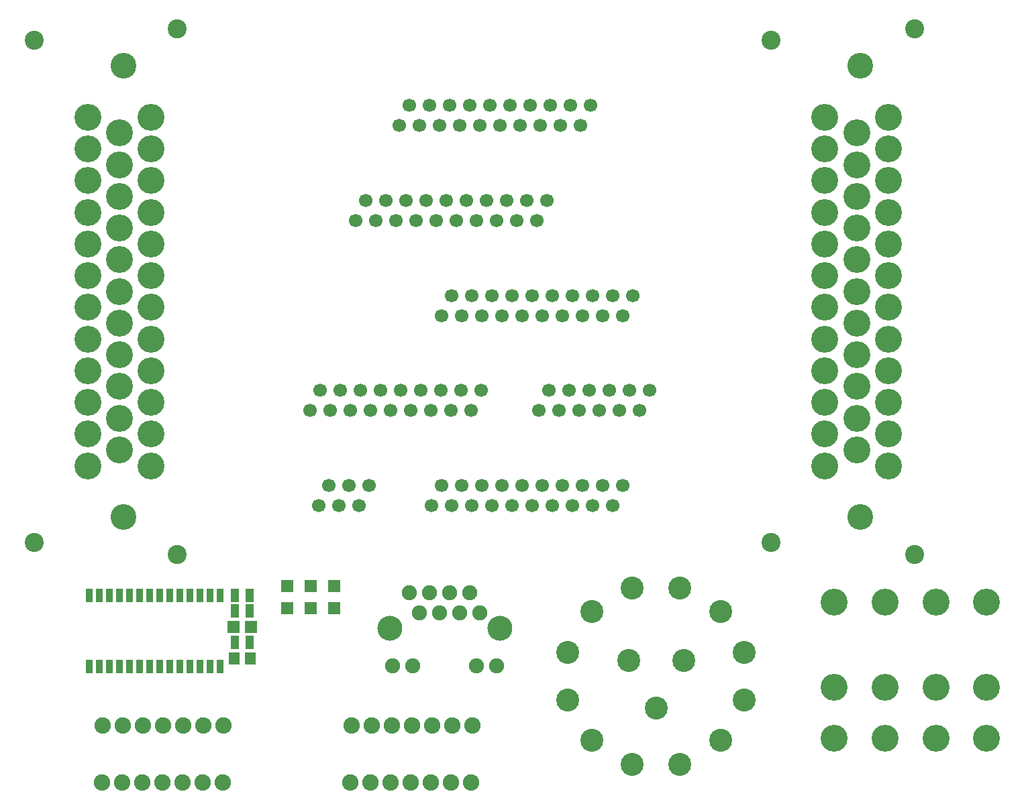
<source format=gbr>
G04 #@! TF.FileFunction,Soldermask,Top*
%FSLAX46Y46*%
G04 Gerber Fmt 4.6, Leading zero omitted, Abs format (unit mm)*
G04 Created by KiCad (PCBNEW 4.0.2+dfsg1-stable) date Mon 05 Mar 2018 09:52:31 PM EST*
%MOMM*%
G01*
G04 APERTURE LIST*
%ADD10C,0.100000*%
%ADD11C,2.076400*%
%ADD12C,3.250000*%
%ADD13C,2.400000*%
%ADD14C,3.400000*%
%ADD15C,1.900000*%
%ADD16C,3.150000*%
%ADD17C,1.700000*%
%ADD18C,2.900000*%
%ADD19R,1.400000X1.650000*%
%ADD20R,1.600000X1.600000*%
%ADD21R,1.100000X1.700000*%
%ADD22R,0.908000X1.670000*%
G04 APERTURE END LIST*
D10*
D11*
X79250540Y-139801640D03*
X81790540Y-139801640D03*
X84330540Y-139801640D03*
X86868000Y-139801640D03*
X89408000Y-139801640D03*
X91948000Y-139801640D03*
X94488000Y-139801640D03*
X94388940Y-147000000D03*
X91848940Y-147000000D03*
X89308940Y-147000000D03*
X86771480Y-147000000D03*
X84231480Y-147000000D03*
X81691480Y-147000000D03*
X79151480Y-147000000D03*
X47861600Y-139801640D03*
X50401600Y-139801640D03*
X52941600Y-139801640D03*
X55479060Y-139801640D03*
X58019060Y-139801640D03*
X60559060Y-139801640D03*
X63099060Y-139801640D03*
X63000000Y-147000000D03*
X60460000Y-147000000D03*
X57920000Y-147000000D03*
X55382540Y-147000000D03*
X52842540Y-147000000D03*
X50302540Y-147000000D03*
X47762540Y-147000000D03*
D12*
X50500000Y-113500000D03*
D13*
X57300000Y-118200000D03*
X57300000Y-51800000D03*
X39200000Y-116700000D03*
X39200000Y-53300000D03*
D14*
X54000000Y-91000000D03*
X54000000Y-67000000D03*
X54000000Y-71000000D03*
X54000000Y-75000000D03*
X54000000Y-79000000D03*
X54000000Y-83000000D03*
X54000000Y-87000000D03*
X50000000Y-69000000D03*
X50000000Y-73000000D03*
X50000000Y-81000000D03*
X50000000Y-77000000D03*
X50000000Y-85000000D03*
X50000000Y-89000000D03*
X46000000Y-87000000D03*
X46000000Y-83000000D03*
X46000000Y-75000000D03*
X46000000Y-79000000D03*
X46000000Y-71000000D03*
X46000000Y-67000000D03*
X54000000Y-63000000D03*
X50000000Y-65000000D03*
X46000000Y-63000000D03*
D12*
X50500000Y-56500000D03*
D14*
X46000000Y-91000000D03*
X50000000Y-93000000D03*
X54000000Y-95000000D03*
X46000000Y-95000000D03*
X54000000Y-99000000D03*
X50000000Y-97000000D03*
X46000000Y-99000000D03*
X54000000Y-103000000D03*
X50000000Y-101000000D03*
X46000000Y-103000000D03*
X54000000Y-107000000D03*
X50000000Y-105000000D03*
X46000000Y-107000000D03*
D15*
X97580000Y-132252000D03*
X95040000Y-132252000D03*
X84480000Y-132252000D03*
X87020000Y-132252000D03*
X95480000Y-125622000D03*
X92940000Y-125622000D03*
X90400000Y-125622000D03*
X87860000Y-125622000D03*
X94210000Y-123082000D03*
X91670000Y-123082000D03*
X89130000Y-123082000D03*
X86590000Y-123082000D03*
D16*
X97980000Y-127502000D03*
X84080000Y-127502000D03*
D17*
X109720000Y-85500000D03*
X112260000Y-85500000D03*
X114800000Y-85500000D03*
X107180000Y-85500000D03*
X113530000Y-88040000D03*
X110990000Y-88040000D03*
X108450000Y-88040000D03*
X105910000Y-88040000D03*
X104640000Y-85500000D03*
X103370000Y-88040000D03*
X102100000Y-85500000D03*
X100830000Y-88040000D03*
X99560000Y-85500000D03*
X98290000Y-88040000D03*
X97020000Y-85500000D03*
X95750000Y-88040000D03*
X94480000Y-85500000D03*
X93210000Y-88040000D03*
X91940000Y-85500000D03*
X90670000Y-88040000D03*
D18*
X117694000Y-137572000D03*
X121158000Y-131572000D03*
X114230000Y-131572000D03*
X120670000Y-122464000D03*
X114718000Y-122464000D03*
X114718000Y-144680000D03*
X120670000Y-144680000D03*
X106586000Y-136548000D03*
X106586000Y-130596000D03*
X128802000Y-136548000D03*
X128802000Y-130596000D03*
X125826000Y-125440000D03*
X109562000Y-141704000D03*
X109562000Y-125440000D03*
X125826000Y-141704000D03*
D19*
X66488000Y-131342000D03*
X64488000Y-131342000D03*
D20*
X74117200Y-125018800D03*
X74117200Y-122218800D03*
X71120000Y-125022000D03*
X71120000Y-122222000D03*
X77114400Y-125018800D03*
X77114400Y-122218800D03*
X66588000Y-127342000D03*
X64388000Y-127342000D03*
D12*
X143500000Y-113500000D03*
D13*
X150300000Y-118200000D03*
X150300000Y-51800000D03*
X132200000Y-116700000D03*
X132200000Y-53300000D03*
D14*
X147000000Y-91000000D03*
X147000000Y-67000000D03*
X147000000Y-71000000D03*
X147000000Y-75000000D03*
X147000000Y-79000000D03*
X147000000Y-83000000D03*
X147000000Y-87000000D03*
X143000000Y-69000000D03*
X143000000Y-73000000D03*
X143000000Y-81000000D03*
X143000000Y-77000000D03*
X143000000Y-85000000D03*
X143000000Y-89000000D03*
X139000000Y-87000000D03*
X139000000Y-83000000D03*
X139000000Y-75000000D03*
X139000000Y-79000000D03*
X139000000Y-71000000D03*
X139000000Y-67000000D03*
X147000000Y-63000000D03*
X143000000Y-65000000D03*
X139000000Y-63000000D03*
D12*
X143500000Y-56500000D03*
D14*
X139000000Y-91000000D03*
X143000000Y-93000000D03*
X147000000Y-95000000D03*
X139000000Y-95000000D03*
X147000000Y-99000000D03*
X143000000Y-97000000D03*
X139000000Y-99000000D03*
X147000000Y-103000000D03*
X143000000Y-101000000D03*
X139000000Y-103000000D03*
X147000000Y-107000000D03*
X143000000Y-105000000D03*
X139000000Y-107000000D03*
D17*
X76420000Y-109500000D03*
X78960000Y-109500000D03*
X81500000Y-109500000D03*
X80230000Y-112040000D03*
X77690000Y-112040000D03*
X75150000Y-112040000D03*
X108420000Y-109500000D03*
X110960000Y-109500000D03*
X113500000Y-109500000D03*
X105880000Y-109500000D03*
X112230000Y-112040000D03*
X109690000Y-112040000D03*
X107150000Y-112040000D03*
X104610000Y-112040000D03*
X103340000Y-109500000D03*
X102070000Y-112040000D03*
X100800000Y-109500000D03*
X99530000Y-112040000D03*
X98260000Y-109500000D03*
X96990000Y-112040000D03*
X95720000Y-109500000D03*
X94450000Y-112040000D03*
X93180000Y-109500000D03*
X91910000Y-112040000D03*
X90640000Y-109500000D03*
X89370000Y-112040000D03*
X111820000Y-97500000D03*
X114360000Y-97500000D03*
X116900000Y-97500000D03*
X109280000Y-97500000D03*
X115630000Y-100040000D03*
X113090000Y-100040000D03*
X110550000Y-100040000D03*
X108010000Y-100040000D03*
X106740000Y-97500000D03*
X105470000Y-100040000D03*
X104200000Y-97500000D03*
X102930000Y-100040000D03*
X90520000Y-97500000D03*
X93060000Y-97500000D03*
X95600000Y-97500000D03*
X87980000Y-97500000D03*
X94330000Y-100040000D03*
X91790000Y-100040000D03*
X89250000Y-100040000D03*
X86710000Y-100040000D03*
X85440000Y-97500000D03*
X84170000Y-100040000D03*
X82900000Y-97500000D03*
X81630000Y-100040000D03*
X80360000Y-97500000D03*
X79090000Y-100040000D03*
X77820000Y-97500000D03*
X76550000Y-100040000D03*
X75280000Y-97500000D03*
X74010000Y-100040000D03*
X104320000Y-61500000D03*
X106860000Y-61500000D03*
X109400000Y-61500000D03*
X101780000Y-61500000D03*
X108130000Y-64040000D03*
X105590000Y-64040000D03*
X103050000Y-64040000D03*
X100510000Y-64040000D03*
X99240000Y-61500000D03*
X97970000Y-64040000D03*
X96700000Y-61500000D03*
X95430000Y-64040000D03*
X94160000Y-61500000D03*
X92890000Y-64040000D03*
X91620000Y-61500000D03*
X90350000Y-64040000D03*
X89080000Y-61500000D03*
X87810000Y-64040000D03*
X86540000Y-61500000D03*
X85270000Y-64040000D03*
X98820000Y-73500000D03*
X101360000Y-73500000D03*
X103900000Y-73500000D03*
X96280000Y-73500000D03*
X102630000Y-76040000D03*
X100090000Y-76040000D03*
X97550000Y-76040000D03*
X95010000Y-76040000D03*
X93740000Y-73500000D03*
X92470000Y-76040000D03*
X91200000Y-73500000D03*
X89930000Y-76040000D03*
X88660000Y-73500000D03*
X87390000Y-76040000D03*
X86120000Y-73500000D03*
X84850000Y-76040000D03*
X83580000Y-73500000D03*
X82310000Y-76040000D03*
X81040000Y-73500000D03*
X79770000Y-76040000D03*
D21*
X64538000Y-129342000D03*
X66438000Y-129342000D03*
X64538000Y-125342000D03*
X66438000Y-125342000D03*
X64538000Y-123342000D03*
X66438000Y-123342000D03*
D22*
X62688000Y-123342000D03*
X61418000Y-123342000D03*
X60148000Y-123342000D03*
X58878000Y-123342000D03*
X57608000Y-123342000D03*
X56338000Y-123342000D03*
X55068000Y-123342000D03*
X53798000Y-123342000D03*
X52528000Y-123342000D03*
X51258000Y-123342000D03*
X49988000Y-123342000D03*
X48718000Y-123342000D03*
X47448000Y-123342000D03*
X46178000Y-123342000D03*
X46178000Y-132384400D03*
X47448000Y-132384400D03*
X48718000Y-132384400D03*
X49988000Y-132384400D03*
X51258000Y-132384400D03*
X52528000Y-132384400D03*
X53798000Y-132384400D03*
X55068000Y-132384400D03*
X56338000Y-132384400D03*
X57608000Y-132384400D03*
X58878000Y-132384400D03*
X60148000Y-132384400D03*
X61418000Y-132384400D03*
X62688000Y-132384400D03*
D14*
X140200000Y-135000000D03*
X140200000Y-124200000D03*
X146600000Y-135000000D03*
X146600000Y-124200000D03*
X153000000Y-135000000D03*
X153000000Y-124200000D03*
X159400000Y-135000000D03*
X159400000Y-124200000D03*
X140200000Y-141400000D03*
X146600000Y-141400000D03*
X153000000Y-141400000D03*
X159400000Y-141400000D03*
M02*

</source>
